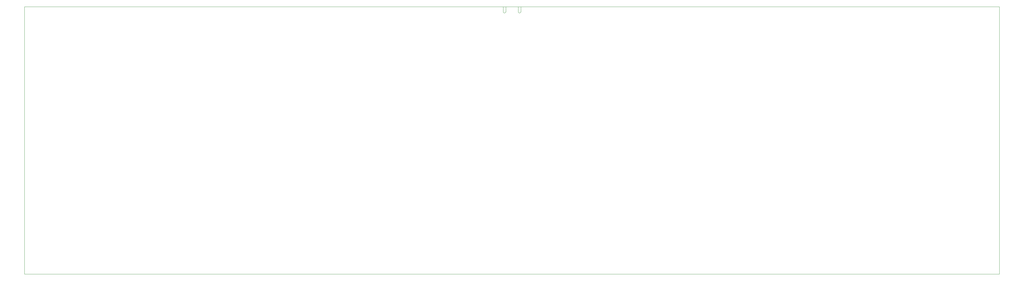
<source format=gbr>
%TF.GenerationSoftware,KiCad,Pcbnew,8.0.9-8.0.9-0~ubuntu22.04.1*%
%TF.CreationDate,2025-08-11T19:47:09-07:00*%
%TF.ProjectId,keyboard,6b657962-6f61-4726-942e-6b696361645f,rev?*%
%TF.SameCoordinates,Original*%
%TF.FileFunction,Profile,NP*%
%FSLAX46Y46*%
G04 Gerber Fmt 4.6, Leading zero omitted, Abs format (unit mm)*
G04 Created by KiCad (PCBNEW 8.0.9-8.0.9-0~ubuntu22.04.1) date 2025-08-11 19:47:09*
%MOMM*%
%LPD*%
G01*
G04 APERTURE LIST*
%TA.AperFunction,Profile*%
%ADD10C,0.100000*%
%TD*%
G04 APERTURE END LIST*
D10*
X65050000Y-100060000D02*
X372630000Y-100060000D01*
X372630000Y-184480000D01*
X65050000Y-184480000D01*
X65050000Y-100060000D01*
%TO.C,J101*%
X216050000Y-100050000D02*
X215100000Y-100050000D01*
X216050000Y-100050000D02*
X216050000Y-101625000D01*
X216900000Y-100050000D02*
X216900000Y-101625000D01*
X220800000Y-100050000D02*
X216900000Y-100050000D01*
X220800000Y-100050000D02*
X220800000Y-101625000D01*
X221650000Y-100050000D02*
X221650000Y-101625000D01*
X222600000Y-100050000D02*
X221650000Y-100050000D01*
X216900000Y-101625000D02*
G75*
G02*
X216050000Y-101625000I-425000J0D01*
G01*
X221650000Y-101625000D02*
G75*
G02*
X220800000Y-101625000I-425000J0D01*
G01*
%TD*%
M02*

</source>
